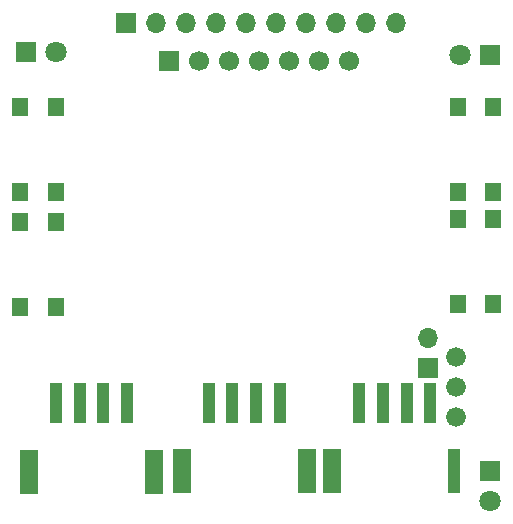
<source format=gbr>
%TF.GenerationSoftware,KiCad,Pcbnew,9.0.1*%
%TF.CreationDate,2025-06-09T14:40:24-04:00*%
%TF.ProjectId,Ceinture_respiration_Main,4365696e-7475-4726-955f-726573706972,1.1*%
%TF.SameCoordinates,Original*%
%TF.FileFunction,Soldermask,Top*%
%TF.FilePolarity,Negative*%
%FSLAX46Y46*%
G04 Gerber Fmt 4.6, Leading zero omitted, Abs format (unit mm)*
G04 Created by KiCad (PCBNEW 9.0.1) date 2025-06-09 14:40:24*
%MOMM*%
%LPD*%
G01*
G04 APERTURE LIST*
%ADD10R,1.092200X3.505200*%
%ADD11R,1.600200X3.700000*%
%ADD12R,1.400000X1.600000*%
%ADD13R,1.000000X3.700000*%
%ADD14C,1.676400*%
%ADD15R,1.800000X1.800000*%
%ADD16C,1.800000*%
%ADD17R,1.700000X1.700000*%
%ADD18C,1.700000*%
%ADD19O,1.700000X1.700000*%
G04 APERTURE END LIST*
D10*
%TO.C,J4*%
X24447944Y-33451301D03*
X22447948Y-33451301D03*
X20447952Y-33451301D03*
X18447956Y-33451301D03*
D11*
X26747950Y-39251302D03*
X16147950Y-39251302D03*
%TD*%
D12*
%TO.C,SW1*%
X2500000Y-15600000D03*
X2500000Y-8400000D03*
X5500000Y-15600000D03*
X5500000Y-8400000D03*
%TD*%
%TO.C,SW4*%
X42500000Y-17900000D03*
X42500000Y-25100000D03*
X39500000Y-17900000D03*
X39500000Y-25100000D03*
%TD*%
%TO.C,SW3*%
X42500000Y-8400000D03*
X42500000Y-15600000D03*
X39500000Y-8400000D03*
X39500000Y-15600000D03*
%TD*%
D10*
%TO.C,J5*%
X37197944Y-33451301D03*
X35197948Y-33451301D03*
X33197952Y-33451301D03*
X31197956Y-33451301D03*
D13*
X39197950Y-39251302D03*
D11*
X28897950Y-39251302D03*
%TD*%
D12*
%TO.C,SW2*%
X2500000Y-25350000D03*
X2500000Y-18150000D03*
X5500000Y-25350000D03*
X5500000Y-18150000D03*
%TD*%
D10*
%TO.C,J3*%
X11500000Y-33500000D03*
X9500004Y-33500000D03*
X7500008Y-33500000D03*
X5500012Y-33500000D03*
D11*
X13800006Y-39300001D03*
X3200006Y-39300001D03*
%TD*%
D14*
%TO.C,S1*%
X39369750Y-29598000D03*
X39369750Y-32138000D03*
X39369750Y-34678000D03*
%TD*%
D15*
%TO.C,D5*%
X42250000Y-39225000D03*
D16*
X42250000Y-41765000D03*
%TD*%
D15*
%TO.C,D2*%
X2975000Y-3750000D03*
D16*
X5515000Y-3750000D03*
%TD*%
D15*
%TO.C,D1*%
X42275000Y-4000000D03*
D16*
X39735000Y-4000000D03*
%TD*%
D17*
%TO.C,J8*%
X15090000Y-4500000D03*
D18*
X17630000Y-4500000D03*
X20170000Y-4500000D03*
X22710000Y-4500000D03*
X25250000Y-4500000D03*
X27790000Y-4500000D03*
X30330000Y-4500000D03*
%TD*%
D17*
%TO.C,J2*%
X11460000Y-1270000D03*
D19*
X14000000Y-1270000D03*
X16540000Y-1270000D03*
X19080000Y-1270000D03*
X21620000Y-1270000D03*
X24160000Y-1270000D03*
X26700000Y-1270000D03*
X29240000Y-1270000D03*
X31780000Y-1270000D03*
X34320000Y-1270000D03*
%TD*%
D17*
%TO.C,J11*%
X37000000Y-30500000D03*
D19*
X37000000Y-27960000D03*
%TD*%
M02*

</source>
